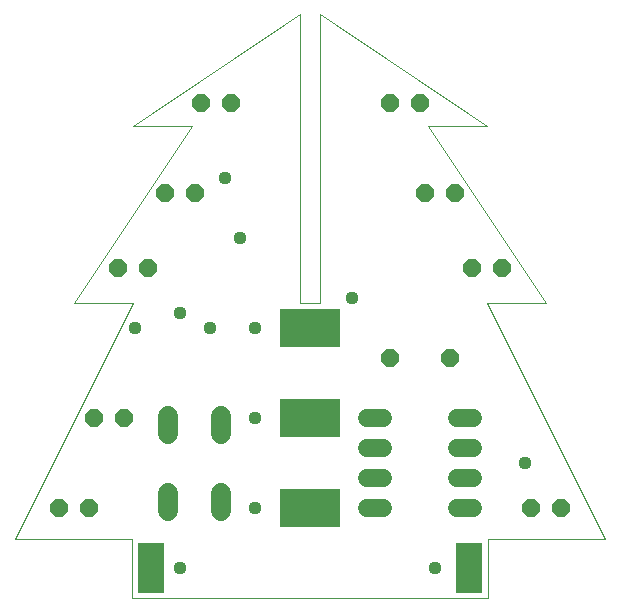
<source format=gbs>
G75*
G70*
%OFA0B0*%
%FSLAX24Y24*%
%IPPOS*%
%LPD*%
%AMOC8*
5,1,8,0,0,1.08239X$1,22.5*
%
%ADD10C,0.0000*%
%ADD11OC8,0.0600*%
%ADD12C,0.0600*%
%ADD13C,0.0680*%
%ADD14R,0.2049X0.1261*%
%ADD15R,0.0867X0.1655*%
%ADD16C,0.0437*%
D10*
X000665Y002634D02*
X004602Y010508D01*
X002634Y010508D01*
X006571Y016413D01*
X004602Y016413D01*
X010173Y020144D01*
X010173Y010508D01*
X010842Y010508D01*
X010842Y020144D01*
X016413Y016413D01*
X014445Y016413D01*
X018382Y010508D01*
X016413Y010508D01*
X020350Y002634D01*
X016445Y002634D01*
X016445Y000665D01*
X004571Y000665D01*
X004571Y002634D01*
X000665Y002634D01*
D11*
X002134Y003665D03*
X003134Y003665D03*
X003315Y006665D03*
X004315Y006665D03*
X004102Y011665D03*
X005102Y011665D03*
X005677Y014165D03*
X006677Y014165D03*
X006858Y017165D03*
X007858Y017165D03*
X013157Y017165D03*
X014157Y017165D03*
X014338Y014165D03*
X015338Y014165D03*
X015913Y011665D03*
X016913Y011665D03*
X015165Y008665D03*
X013165Y008665D03*
X017882Y003665D03*
X018882Y003665D03*
D12*
X015925Y003665D02*
X015405Y003665D01*
X015405Y004665D02*
X015925Y004665D01*
X015925Y005665D02*
X015405Y005665D01*
X015405Y006665D02*
X015925Y006665D01*
X012925Y006665D02*
X012405Y006665D01*
X012405Y005665D02*
X012925Y005665D01*
X012925Y004665D02*
X012405Y004665D01*
X012405Y003665D02*
X012925Y003665D01*
D13*
X007555Y003585D02*
X007555Y004185D01*
X005775Y004185D02*
X005775Y003585D01*
X005775Y006145D02*
X005775Y006745D01*
X007555Y006745D02*
X007555Y006145D01*
D14*
X010508Y006665D03*
X010508Y003665D03*
X010508Y009665D03*
D15*
X015807Y001665D03*
X005209Y001665D03*
D16*
X006165Y001665D03*
X008665Y003665D03*
X008665Y006665D03*
X008665Y009665D03*
X007165Y009665D03*
X006165Y010165D03*
X004665Y009665D03*
X008165Y012665D03*
X007665Y014665D03*
X011915Y010665D03*
X017665Y005165D03*
X014665Y001665D03*
M02*

</source>
